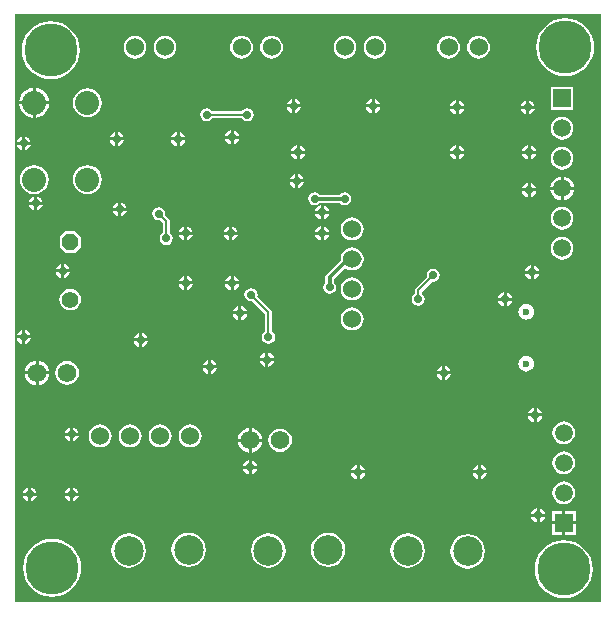
<source format=gbl>
%FSLAX24Y24*%
%MOMM*%
%SFA1B1*%

%IPPOS*%
%AMD56*
4,1,8,0.701040,0.292100,0.292100,0.701040,-0.292100,0.701040,-0.701040,0.292100,-0.701040,-0.292100,-0.292100,-0.701040,0.292100,-0.701040,0.701040,-0.292100,0.701040,0.292100,0.0*
%
%ADD13C,0.199898*%
%ADD48C,0.299974*%
%ADD51C,2.500122*%
%ADD52C,1.524000*%
%ADD53R,1.500124X1.500124*%
%ADD54C,1.500124*%
%ADD55C,1.400048*%
G04~CAMADD=56~4~0.0~0.0~551.2~551.2~0.0~161.4~0~0.0~0.0~0.0~0.0~0~0.0~0.0~0.0~0.0~0~0.0~0.0~0.0~315.0~551.2~551.2*
%ADD56D56*%
%ADD57C,0.599948*%
%ADD58C,2.032000*%
%ADD59C,1.574800*%
%ADD60C,0.700024*%
%ADD61C,4.500118*%
%LNpcb_cloud_controller-1*%
%LPD*%
G36*
X1436370Y619760D02*
X939800D01*
Y1117600*
X1436370*
Y619760*
G37*
%LNpcb_cloud_controller-2*%
%LPC*%
G36*
X1332529Y1099362D02*
X1330017Y1099032D01*
X1327678Y1098062*
X1325669Y1096520*
X1324127Y1094511*
X1323157Y1092172*
X1322826Y1089660*
X1323157Y1087147*
X1324127Y1084808*
X1325669Y1082799*
X1327678Y1081257*
X1330017Y1080287*
X1332529Y1079957*
X1335041Y1080287*
X1337381Y1081257*
X1339390Y1082799*
X1340932Y1084808*
X1341902Y1087147*
X1342232Y1089660*
X1341902Y1092172*
X1340932Y1094511*
X1339390Y1096520*
X1337381Y1098062*
X1335041Y1099032*
X1332529Y1099362*
G37*
G36*
X1307129D02*
X1304617Y1099032D01*
X1302278Y1098062*
X1300269Y1096520*
X1298727Y1094511*
X1297757Y1092172*
X1297426Y1089660*
X1297757Y1087147*
X1298727Y1084808*
X1300269Y1082799*
X1302278Y1081257*
X1304617Y1080287*
X1307129Y1079957*
X1309641Y1080287*
X1311981Y1081257*
X1313990Y1082799*
X1315532Y1084808*
X1316502Y1087147*
X1316832Y1089660*
X1316502Y1092172*
X1315532Y1094511*
X1313990Y1096520*
X1311981Y1098062*
X1309641Y1099032*
X1307129Y1099362*
G37*
G36*
X1244899D02*
X1242387Y1099032D01*
X1240048Y1098062*
X1238039Y1096520*
X1236497Y1094511*
X1235527Y1092172*
X1235196Y1089660*
X1235527Y1087147*
X1236497Y1084808*
X1238039Y1082799*
X1240048Y1081257*
X1242387Y1080287*
X1244899Y1079957*
X1247411Y1080287*
X1249751Y1081257*
X1251760Y1082799*
X1253302Y1084808*
X1254272Y1087147*
X1254602Y1089660*
X1254272Y1092172*
X1253302Y1094511*
X1251760Y1096520*
X1249751Y1098062*
X1247411Y1099032*
X1244899Y1099362*
G37*
G36*
X1219499D02*
X1216987Y1099032D01*
X1214648Y1098062*
X1212639Y1096520*
X1211097Y1094511*
X1210127Y1092172*
X1209796Y1089660*
X1210127Y1087147*
X1211097Y1084808*
X1212639Y1082799*
X1214648Y1081257*
X1216987Y1080287*
X1219499Y1079957*
X1222011Y1080287*
X1224351Y1081257*
X1226360Y1082799*
X1227902Y1084808*
X1228872Y1087147*
X1229202Y1089660*
X1228872Y1092172*
X1227902Y1094511*
X1226360Y1096520*
X1224351Y1098062*
X1222011Y1099032*
X1219499Y1099362*
G37*
G36*
X1157269D02*
X1154757Y1099032D01*
X1152418Y1098062*
X1150409Y1096520*
X1148867Y1094511*
X1147897Y1092172*
X1147566Y1089660*
X1147897Y1087147*
X1148867Y1084808*
X1150409Y1082799*
X1152418Y1081257*
X1154757Y1080287*
X1157269Y1079957*
X1159781Y1080287*
X1162121Y1081257*
X1164130Y1082799*
X1165672Y1084808*
X1166642Y1087147*
X1166972Y1089660*
X1166642Y1092172*
X1165672Y1094511*
X1164130Y1096520*
X1162121Y1098062*
X1159781Y1099032*
X1157269Y1099362*
G37*
G36*
X1131869D02*
X1129357Y1099032D01*
X1127018Y1098062*
X1125009Y1096520*
X1123467Y1094511*
X1122497Y1092172*
X1122166Y1089660*
X1122497Y1087147*
X1123467Y1084808*
X1125009Y1082799*
X1127018Y1081257*
X1129357Y1080287*
X1131869Y1079957*
X1134381Y1080287*
X1136721Y1081257*
X1138730Y1082799*
X1140272Y1084808*
X1141242Y1087147*
X1141572Y1089660*
X1141242Y1092172*
X1140272Y1094511*
X1138730Y1096520*
X1136721Y1098062*
X1134381Y1099032*
X1131869Y1099362*
G37*
G36*
X1067099D02*
X1064587Y1099032D01*
X1062248Y1098062*
X1060239Y1096520*
X1058697Y1094511*
X1057727Y1092172*
X1057396Y1089660*
X1057727Y1087147*
X1058697Y1084808*
X1060239Y1082799*
X1062248Y1081257*
X1064587Y1080287*
X1067099Y1079957*
X1069611Y1080287*
X1071951Y1081257*
X1073960Y1082799*
X1075502Y1084808*
X1076472Y1087147*
X1076802Y1089660*
X1076472Y1092172*
X1075502Y1094511*
X1073960Y1096520*
X1071951Y1098062*
X1069611Y1099032*
X1067099Y1099362*
G37*
G36*
X1041699D02*
X1039187Y1099032D01*
X1036848Y1098062*
X1034839Y1096520*
X1033297Y1094511*
X1032327Y1092172*
X1031996Y1089660*
X1032327Y1087147*
X1033297Y1084808*
X1034839Y1082799*
X1036848Y1081257*
X1039187Y1080287*
X1041699Y1079957*
X1044211Y1080287*
X1046551Y1081257*
X1048560Y1082799*
X1050102Y1084808*
X1051072Y1087147*
X1051402Y1089660*
X1051072Y1092172*
X1050102Y1094511*
X1048560Y1096520*
X1046551Y1098062*
X1044211Y1099032*
X1041699Y1099362*
G37*
G36*
X1405890Y1114277D02*
X1401086Y1113805D01*
X1396469Y1112405*
X1392212Y1110129*
X1388480Y1107066*
X1385420Y1103337*
X1383144Y1099080*
X1381744Y1094463*
X1381272Y1089660*
X1381744Y1084856*
X1383144Y1080239*
X1385420Y1075982*
X1388480Y1072253*
X1392212Y1069190*
X1396469Y1066914*
X1401086Y1065514*
X1405890Y1065042*
X1410693Y1065514*
X1415310Y1066914*
X1419567Y1069190*
X1423299Y1072253*
X1426359Y1075982*
X1428635Y1080239*
X1430035Y1084856*
X1430507Y1089660*
X1430035Y1094463*
X1428635Y1099080*
X1426359Y1103337*
X1423299Y1107066*
X1419567Y1110129*
X1415310Y1112405*
X1410693Y1113805*
X1405890Y1114277*
G37*
G36*
X970280Y1111737D02*
X965476Y1111265D01*
X960859Y1109865*
X956602Y1107589*
X952873Y1104529*
X949810Y1100797*
X947534Y1096540*
X946134Y1091923*
X945662Y1087120*
X946134Y1082316*
X947534Y1077699*
X949810Y1073442*
X952873Y1069710*
X956602Y1066650*
X960859Y1064374*
X965476Y1062974*
X970280Y1062502*
X975083Y1062974*
X979700Y1064374*
X983957Y1066650*
X987689Y1069710*
X990749Y1073442*
X993025Y1077699*
X994425Y1082316*
X994897Y1087120*
X994425Y1091923*
X993025Y1096540*
X990749Y1100797*
X987689Y1104529*
X983957Y1107589*
X979700Y1109865*
X975083Y1111265*
X970280Y1111737*
G37*
G36*
X957580Y1055311D02*
Y1043940D01*
X968951*
X968682Y1045984*
X967404Y1049075*
X965367Y1051727*
X962715Y1053762*
X959624Y1055042*
X957580Y1055311*
G37*
G36*
X955040D02*
X952995Y1055042D01*
X949904Y1053762*
X947252Y1051727*
X945215Y1049075*
X943937Y1045984*
X943668Y1043940*
X955040*
Y1055311*
G37*
G36*
X1244600Y1046035D02*
Y1041400D01*
X1249235*
X1249019Y1042487*
X1247683Y1044483*
X1245687Y1045819*
X1244600Y1046035*
G37*
G36*
X1242060D02*
X1240972Y1045819D01*
X1238976Y1044483*
X1237640Y1042487*
X1237424Y1041400*
X1242060*
Y1046035*
G37*
G36*
X1177290D02*
Y1041400D01*
X1181925*
X1181709Y1042487*
X1180373Y1044483*
X1178377Y1045819*
X1177290Y1046035*
G37*
G36*
X1174750D02*
X1173662Y1045819D01*
X1171666Y1044483*
X1170330Y1042487*
X1170114Y1041400*
X1174750*
Y1046035*
G37*
G36*
X1375410Y1044765D02*
Y1040130D01*
X1380045*
X1379829Y1041217*
X1378493Y1043213*
X1376497Y1044549*
X1375410Y1044765*
G37*
G36*
X1372870D02*
X1371782Y1044549D01*
X1369786Y1043213*
X1368450Y1041217*
X1368234Y1040130*
X1372870*
Y1044765*
G37*
G36*
X1315720D02*
Y1040130D01*
X1320355*
X1320139Y1041217*
X1318803Y1043213*
X1316807Y1044549*
X1315720Y1044765*
G37*
G36*
X1313180D02*
X1312092Y1044549D01*
X1310096Y1043213*
X1308760Y1041217*
X1308544Y1040130*
X1313180*
Y1044765*
G37*
G36*
X1412849Y1055979D02*
X1393850D01*
Y1036980*
X1412849*
Y1055979*
G37*
G36*
X1136650Y1038118D02*
X1134503Y1037691D01*
X1132685Y1036474*
X1132078Y1035568*
X1106932*
X1106324Y1036474*
X1104506Y1037691*
X1102360Y1038118*
X1100213Y1037691*
X1098395Y1036474*
X1097178Y1034656*
X1096751Y1032510*
X1097178Y1030363*
X1098395Y1028545*
X1100213Y1027328*
X1102360Y1026901*
X1104506Y1027328*
X1106324Y1028545*
X1106932Y1029451*
X1132078*
X1132685Y1028545*
X1134503Y1027328*
X1136650Y1026901*
X1138796Y1027328*
X1140614Y1028545*
X1141831Y1030363*
X1142258Y1032510*
X1141831Y1034656*
X1140614Y1036474*
X1138796Y1037691*
X1136650Y1038118*
G37*
G36*
X1249235Y1038860D02*
X1244600D01*
Y1034224*
X1245687Y1034440*
X1247683Y1035776*
X1249019Y1037772*
X1249235Y1038860*
G37*
G36*
X1242060D02*
X1237424D01*
X1237640Y1037772*
X1238976Y1035776*
X1240972Y1034440*
X1242060Y1034224*
Y1038860*
G37*
G36*
X1181925D02*
X1177290D01*
Y1034224*
X1178377Y1034440*
X1180373Y1035776*
X1181709Y1037772*
X1181925Y1038860*
G37*
G36*
X1174750D02*
X1170114D01*
X1170330Y1037772*
X1171666Y1035776*
X1173662Y1034440*
X1174750Y1034224*
Y1038860*
G37*
G36*
X1380045Y1037590D02*
X1375410D01*
Y1032954*
X1376497Y1033170*
X1378493Y1034506*
X1379829Y1036502*
X1380045Y1037590*
G37*
G36*
X1372870D02*
X1368234D01*
X1368450Y1036502*
X1369786Y1034506*
X1371782Y1033170*
X1372870Y1032954*
Y1037590*
G37*
G36*
X1320355D02*
X1315720D01*
Y1032954*
X1316807Y1033170*
X1318803Y1034506*
X1320139Y1036502*
X1320355Y1037590*
G37*
G36*
X1313180D02*
X1308544D01*
X1308760Y1036502*
X1310096Y1034506*
X1312092Y1033170*
X1313180Y1032954*
Y1037590*
G37*
G36*
X1001268Y1054935D02*
X998093Y1054516D01*
X995136Y1053292*
X992596Y1051341*
X990645Y1048801*
X989421Y1045845*
X989002Y1042670*
X989421Y1039495*
X990645Y1036538*
X992596Y1033998*
X995136Y1032047*
X998093Y1030823*
X1001268Y1030404*
X1004443Y1030823*
X1007399Y1032047*
X1009939Y1033998*
X1011890Y1036538*
X1013114Y1039495*
X1013533Y1042670*
X1013114Y1045845*
X1011890Y1048801*
X1009939Y1051341*
X1007399Y1053292*
X1004443Y1054516*
X1001268Y1054935*
G37*
G36*
X968951Y1041400D02*
X957580D01*
Y1030028*
X959624Y1030297*
X962715Y1031577*
X965367Y1033612*
X967404Y1036264*
X968682Y1039355*
X968951Y1041400*
G37*
G36*
X955040D02*
X943668D01*
X943937Y1039355*
X945215Y1036264*
X947252Y1033612*
X949904Y1031577*
X952995Y1030297*
X955040Y1030028*
Y1041400*
G37*
G36*
X1125220Y1019365D02*
Y1014730D01*
X1129855*
X1129639Y1015817*
X1128303Y1017813*
X1126307Y1019149*
X1125220Y1019365*
G37*
G36*
X1122680D02*
X1121592Y1019149D01*
X1119596Y1017813*
X1118260Y1015817*
X1118044Y1014730*
X1122680*
Y1019365*
G37*
G36*
X1079500Y1018095D02*
Y1013460D01*
X1084135*
X1083919Y1014547*
X1082583Y1016543*
X1080587Y1017879*
X1079500Y1018095*
G37*
G36*
X1076960D02*
X1075872Y1017879D01*
X1073876Y1016543*
X1072540Y1014547*
X1072324Y1013460*
X1076960*
Y1018095*
G37*
G36*
X1027430D02*
Y1013460D01*
X1032065*
X1031849Y1014547*
X1030513Y1016543*
X1028517Y1017879*
X1027430Y1018095*
G37*
G36*
X1024890D02*
X1023802Y1017879D01*
X1021806Y1016543*
X1020470Y1014547*
X1020254Y1013460*
X1024890*
Y1018095*
G37*
G36*
X1403350Y1030660D02*
X1400870Y1030335D01*
X1398559Y1029378*
X1396573Y1027856*
X1395051Y1025870*
X1394094Y1023559*
X1393769Y1021080*
X1394094Y1018600*
X1395051Y1016289*
X1396573Y1014303*
X1398559Y1012781*
X1400870Y1011824*
X1403350Y1011499*
X1405829Y1011824*
X1408140Y1012781*
X1410124Y1014303*
X1411648Y1016289*
X1412605Y1018600*
X1412930Y1021080*
X1412605Y1023559*
X1411648Y1025870*
X1410124Y1027856*
X1408140Y1029378*
X1405829Y1030335*
X1403350Y1030660*
G37*
G36*
X948690Y1014285D02*
Y1009650D01*
X953325*
X953109Y1010737*
X951773Y1012733*
X949777Y1014069*
X948690Y1014285*
G37*
G36*
X946150D02*
X945062Y1014069D01*
X943066Y1012733*
X941730Y1010737*
X941514Y1009650*
X946150*
Y1014285*
G37*
G36*
X1129855Y1012190D02*
X1125220D01*
Y1007554*
X1126307Y1007770*
X1128303Y1009106*
X1129639Y1011102*
X1129855Y1012190*
G37*
G36*
X1122680D02*
X1118044D01*
X1118260Y1011102*
X1119596Y1009106*
X1121592Y1007770*
X1122680Y1007554*
Y1012190*
G37*
G36*
X1084135Y1010920D02*
X1079500D01*
Y1006284*
X1080587Y1006500*
X1082583Y1007836*
X1083919Y1009832*
X1084135Y1010920*
G37*
G36*
X1076960D02*
X1072324D01*
X1072540Y1009832*
X1073876Y1007836*
X1075872Y1006500*
X1076960Y1006284*
Y1010920*
G37*
G36*
X1032065D02*
X1027430D01*
Y1006284*
X1028517Y1006500*
X1030513Y1007836*
X1031849Y1009832*
X1032065Y1010920*
G37*
G36*
X1024890D02*
X1020254D01*
X1020470Y1009832*
X1021806Y1007836*
X1023802Y1006500*
X1024890Y1006284*
Y1010920*
G37*
G36*
X953325Y1007110D02*
X948690D01*
Y1002474*
X949777Y1002690*
X951773Y1004026*
X953109Y1006022*
X953325Y1007110*
G37*
G36*
X946150D02*
X941514D01*
X941730Y1006022*
X943066Y1004026*
X945062Y1002690*
X946150Y1002474*
Y1007110*
G37*
G36*
X1376680Y1006665D02*
Y1002030D01*
X1381315*
X1381099Y1003117*
X1379763Y1005113*
X1377767Y1006449*
X1376680Y1006665*
G37*
G36*
X1374140D02*
X1373052Y1006449D01*
X1371056Y1005113*
X1369720Y1003117*
X1369504Y1002030*
X1374140*
Y1006665*
G37*
G36*
X1315720D02*
Y1002030D01*
X1320355*
X1320139Y1003117*
X1318803Y1005113*
X1316807Y1006449*
X1315720Y1006665*
G37*
G36*
X1313180D02*
X1312092Y1006449D01*
X1310096Y1005113*
X1308760Y1003117*
X1308544Y1002030*
X1313180*
Y1006665*
G37*
G36*
X1181100D02*
Y1002030D01*
X1185735*
X1185519Y1003117*
X1184183Y1005113*
X1182187Y1006449*
X1181100Y1006665*
G37*
G36*
X1178560D02*
X1177472Y1006449D01*
X1175476Y1005113*
X1174140Y1003117*
X1173924Y1002030*
X1178560*
Y1006665*
G37*
G36*
X1381315Y999490D02*
X1376680D01*
Y994854*
X1377767Y995070*
X1379763Y996406*
X1381099Y998402*
X1381315Y999490*
G37*
G36*
X1374140D02*
X1369504D01*
X1369720Y998402*
X1371056Y996406*
X1373052Y995070*
X1374140Y994854*
Y999490*
G37*
G36*
X1320355D02*
X1315720D01*
Y994854*
X1316807Y995070*
X1318803Y996406*
X1320139Y998402*
X1320355Y999490*
G37*
G36*
X1313180D02*
X1308544D01*
X1308760Y998402*
X1310096Y996406*
X1312092Y995070*
X1313180Y994854*
Y999490*
G37*
G36*
X1185735D02*
X1181100D01*
Y994854*
X1182187Y995070*
X1184183Y996406*
X1185519Y998402*
X1185735Y999490*
G37*
G36*
X1178560D02*
X1173924D01*
X1174140Y998402*
X1175476Y996406*
X1177472Y995070*
X1178560Y994854*
Y999490*
G37*
G36*
X1403350Y1005260D02*
X1400870Y1004935D01*
X1398559Y1003978*
X1396573Y1002456*
X1395051Y1000470*
X1394094Y998159*
X1393769Y995680*
X1394094Y993200*
X1395051Y990889*
X1396573Y988905*
X1398559Y987381*
X1400870Y986424*
X1403350Y986099*
X1405829Y986424*
X1408140Y987381*
X1410124Y988905*
X1411648Y990889*
X1412605Y993200*
X1412930Y995680*
X1412605Y998159*
X1411648Y1000470*
X1410124Y1002456*
X1408140Y1003978*
X1405829Y1004935*
X1403350Y1005260*
G37*
G36*
X1179830Y982535D02*
Y977900D01*
X1184465*
X1184249Y978987*
X1182913Y980983*
X1180917Y982319*
X1179830Y982535*
G37*
G36*
X1177290D02*
X1176202Y982319D01*
X1174206Y980983*
X1172870Y978987*
X1172654Y977900*
X1177290*
Y982535*
G37*
G36*
X1404620Y980239D02*
Y971550D01*
X1413309*
X1413131Y972901*
X1412120Y975342*
X1410510Y977440*
X1408412Y979050*
X1405971Y980061*
X1404620Y980239*
G37*
G36*
X1402080D02*
X1400728Y980061D01*
X1398287Y979050*
X1396189Y977440*
X1394579Y975342*
X1393568Y972901*
X1393390Y971550*
X1402080*
Y980239*
G37*
G36*
X1184465Y975360D02*
X1179830D01*
Y970724*
X1180917Y970940*
X1182913Y972276*
X1184249Y974272*
X1184465Y975360*
G37*
G36*
X1177290D02*
X1172654D01*
X1172870Y974272*
X1174206Y972276*
X1176202Y970940*
X1177290Y970724*
Y975360*
G37*
G36*
X1376680Y974915D02*
Y970280D01*
X1381315*
X1381099Y971367*
X1379763Y973363*
X1377767Y974699*
X1376680Y974915*
G37*
G36*
X1374140D02*
X1373052Y974699D01*
X1371056Y973363*
X1369720Y971367*
X1369504Y970280*
X1374140*
Y974915*
G37*
G36*
X1001268Y989911D02*
X998093Y989492D01*
X995136Y988268*
X992596Y986317*
X990645Y983777*
X989421Y980821*
X989002Y977646*
X989421Y974471*
X990645Y971514*
X992596Y968974*
X995136Y967023*
X998093Y965799*
X1001268Y965380*
X1004443Y965799*
X1007399Y967023*
X1009939Y968974*
X1011890Y971514*
X1013114Y974471*
X1013533Y977646*
X1013114Y980821*
X1011890Y983777*
X1009939Y986317*
X1007399Y988268*
X1004443Y989492*
X1001268Y989911*
G37*
G36*
X956310D02*
X953135Y989492D01*
X950178Y988268*
X947638Y986317*
X945687Y983777*
X944463Y980821*
X944044Y977646*
X944463Y974471*
X945687Y971514*
X947638Y968974*
X950178Y967023*
X953135Y965799*
X956310Y965380*
X959485Y965799*
X962441Y967023*
X964981Y968974*
X966932Y971514*
X968156Y974471*
X968575Y977646*
X968156Y980821*
X966932Y983777*
X964981Y986317*
X962441Y988268*
X959485Y989492*
X956310Y989911*
G37*
G36*
X1219200Y966998D02*
X1217053Y966571D01*
X1215235Y965354*
X1214970Y964958*
X1198029*
X1197764Y965354*
X1195946Y966571*
X1193800Y966998*
X1191653Y966571*
X1189835Y965354*
X1188618Y963536*
X1188191Y961390*
X1188618Y959243*
X1189835Y957425*
X1191653Y956208*
X1193800Y955781*
X1195946Y956208*
X1197764Y957425*
X1198029Y957821*
X1214970*
X1215235Y957425*
X1217053Y956208*
X1219200Y955781*
X1221346Y956208*
X1223164Y957425*
X1224381Y959243*
X1224808Y961390*
X1224381Y963536*
X1223164Y965354*
X1221346Y966571*
X1219200Y966998*
G37*
G36*
X1381315Y967740D02*
X1376680D01*
Y963104*
X1377767Y963320*
X1379763Y964656*
X1381099Y966652*
X1381315Y967740*
G37*
G36*
X1374140D02*
X1369504D01*
X1369720Y966652*
X1371056Y964656*
X1373052Y963320*
X1374140Y963104*
Y967740*
G37*
G36*
X1413309Y969010D02*
X1404620D01*
Y960320*
X1405971Y960498*
X1408412Y961509*
X1410510Y963119*
X1412120Y965217*
X1413131Y967658*
X1413309Y969010*
G37*
G36*
X1402080D02*
X1393390D01*
X1393568Y967658*
X1394579Y965217*
X1396189Y963119*
X1398287Y961509*
X1400728Y960498*
X1402080Y960320*
Y969010*
G37*
G36*
X958850Y963485D02*
Y958850D01*
X963485*
X963269Y959937*
X961933Y961933*
X959937Y963269*
X958850Y963485*
G37*
G36*
X956310D02*
X955222Y963269D01*
X953226Y961933*
X951890Y959937*
X951674Y958850*
X956310*
Y963485*
G37*
G36*
X1029970Y958405D02*
Y953770D01*
X1034605*
X1034389Y954857*
X1033053Y956853*
X1031057Y958189*
X1029970Y958405*
G37*
G36*
X1027430D02*
X1026342Y958189D01*
X1024346Y956853*
X1023010Y954857*
X1022794Y953770*
X1027430*
Y958405*
G37*
G36*
X963485Y956310D02*
X958850D01*
Y951674*
X959937Y951890*
X961933Y953226*
X963269Y955222*
X963485Y956310*
G37*
G36*
X956310D02*
X951674D01*
X951890Y955222*
X953226Y953226*
X955222Y951890*
X956310Y951674*
Y956310*
G37*
G36*
X1201420Y955865D02*
Y951230D01*
X1206055*
X1205839Y952317*
X1204503Y954313*
X1202507Y955649*
X1201420Y955865*
G37*
G36*
X1198880D02*
X1197792Y955649D01*
X1195796Y954313*
X1194460Y952317*
X1194244Y951230*
X1198880*
Y955865*
G37*
G36*
X1034605Y951230D02*
X1029970D01*
Y946594*
X1031057Y946810*
X1033053Y948146*
X1034389Y950142*
X1034605Y951230*
G37*
G36*
X1027430D02*
X1022794D01*
X1023010Y950142*
X1024346Y948146*
X1026342Y946810*
X1027430Y946594*
Y951230*
G37*
G36*
X1206055Y948690D02*
X1201420D01*
Y944054*
X1202507Y944270*
X1204503Y945606*
X1205839Y947602*
X1206055Y948690*
G37*
G36*
X1198880D02*
X1194244D01*
X1194460Y947602*
X1195796Y945606*
X1197792Y944270*
X1198880Y944054*
Y948690*
G37*
G36*
X1403350Y954460D02*
X1400870Y954135D01*
X1398559Y953178*
X1396573Y951656*
X1395051Y949670*
X1394094Y947359*
X1393769Y944880*
X1394094Y942400*
X1395051Y940089*
X1396573Y938105*
X1398559Y936581*
X1400870Y935624*
X1403350Y935299*
X1405829Y935624*
X1408140Y936581*
X1410124Y938105*
X1411648Y940089*
X1412605Y942400*
X1412930Y944880*
X1412605Y947359*
X1411648Y949670*
X1410124Y951656*
X1408140Y953178*
X1405829Y954135*
X1403350Y954460*
G37*
G36*
X1201420Y938085D02*
Y933450D01*
X1206055*
X1205839Y934537*
X1204503Y936533*
X1202507Y937869*
X1201420Y938085*
G37*
G36*
X1198880D02*
X1197792Y937869D01*
X1195796Y936533*
X1194460Y934537*
X1194244Y933450*
X1198880*
Y938085*
G37*
G36*
X1123950D02*
Y933450D01*
X1128585*
X1128369Y934537*
X1127033Y936533*
X1125037Y937869*
X1123950Y938085*
G37*
G36*
X1121410D02*
X1120322Y937869D01*
X1118326Y936533*
X1116990Y934537*
X1116774Y933450*
X1121410*
Y938085*
G37*
G36*
X1085850D02*
Y933450D01*
X1090485*
X1090269Y934537*
X1088933Y936533*
X1086937Y937869*
X1085850Y938085*
G37*
G36*
X1083310D02*
X1082222Y937869D01*
X1080226Y936533*
X1078890Y934537*
X1078674Y933450*
X1083310*
Y938085*
G37*
G36*
X1225550Y945692D02*
X1223037Y945362D01*
X1220698Y944392*
X1218689Y942850*
X1217147Y940841*
X1216177Y938502*
X1215847Y935990*
X1216177Y933477*
X1217147Y931138*
X1218689Y929129*
X1220698Y927587*
X1223037Y926617*
X1225550Y926287*
X1228062Y926617*
X1230401Y927587*
X1232410Y929129*
X1233952Y931138*
X1234922Y933477*
X1235252Y935990*
X1234922Y938502*
X1233952Y940841*
X1232410Y942850*
X1230401Y944392*
X1228062Y945362*
X1225550Y945692*
G37*
G36*
X1206055Y930910D02*
X1201420D01*
Y926274*
X1202507Y926490*
X1204503Y927826*
X1205839Y929822*
X1206055Y930910*
G37*
G36*
X1198880D02*
X1194244D01*
X1194460Y929822*
X1195796Y927826*
X1197792Y926490*
X1198880Y926274*
Y930910*
G37*
G36*
X1128585D02*
X1123950D01*
Y926274*
X1125037Y926490*
X1127033Y927826*
X1128369Y929822*
X1128585Y930910*
G37*
G36*
X1121410D02*
X1116774D01*
X1116990Y929822*
X1118326Y927826*
X1120322Y926490*
X1121410Y926274*
Y930910*
G37*
G36*
X1090485D02*
X1085850D01*
Y926274*
X1086937Y926490*
X1088933Y927826*
X1090269Y929822*
X1090485Y930910*
G37*
G36*
X1083310D02*
X1078674D01*
X1078890Y929822*
X1080226Y927826*
X1082222Y926490*
X1083310Y926274*
Y930910*
G37*
G36*
X1061720Y954298D02*
X1059573Y953871D01*
X1057755Y952654*
X1056538Y950836*
X1056111Y948690*
X1056538Y946543*
X1057755Y944725*
X1059573Y943508*
X1061720Y943081*
X1062789Y943295*
X1065011Y941072*
Y932434*
X1064105Y931826*
X1062888Y930008*
X1062461Y927862*
X1062888Y925715*
X1064105Y923897*
X1065923Y922680*
X1068070Y922253*
X1070216Y922680*
X1072034Y923897*
X1073251Y925715*
X1073678Y927862*
X1073251Y930008*
X1072034Y931826*
X1071128Y932434*
Y942340*
X1070897Y943510*
X1070630Y943907*
X1070231Y944501*
X1067114Y947620*
X1067328Y948690*
X1066901Y950836*
X1065684Y952654*
X1063866Y953871*
X1061720Y954298*
G37*
G36*
X991290Y933831D02*
X982289D01*
X977790Y929330*
Y920330*
X982289Y915830*
X991290*
X995789Y920330*
Y929330*
X991290Y933831*
G37*
G36*
X1403350Y929060D02*
X1400870Y928735D01*
X1398559Y927778*
X1396573Y926256*
X1395051Y924270*
X1394094Y921959*
X1393769Y919480*
X1394094Y917000*
X1395051Y914689*
X1396573Y912703*
X1398559Y911181*
X1400870Y910224*
X1403350Y909899*
X1405829Y910224*
X1408140Y911181*
X1410124Y912703*
X1411648Y914689*
X1412605Y917000*
X1412930Y919480*
X1412605Y921959*
X1411648Y924270*
X1410124Y926256*
X1408140Y927778*
X1405829Y928735*
X1403350Y929060*
G37*
G36*
X981710Y906335D02*
Y901700D01*
X986345*
X986129Y902787*
X984793Y904783*
X982797Y906119*
X981710Y906335*
G37*
G36*
X979170D02*
X978082Y906119D01*
X976086Y904783*
X974750Y902787*
X974534Y901700*
X979170*
Y906335*
G37*
G36*
X1225550Y920292D02*
X1223037Y919962D01*
X1220698Y918992*
X1218689Y917450*
X1217147Y915441*
X1216177Y913102*
X1215847Y910590*
X1215946Y909843*
X1203977Y897872*
X1203203Y896716*
X1202931Y895350*
Y890689*
X1202535Y890424*
X1201318Y888606*
X1200891Y886460*
X1201318Y884313*
X1202535Y882495*
X1204353Y881278*
X1206500Y880851*
X1208646Y881278*
X1210464Y882495*
X1211681Y884313*
X1212108Y886460*
X1211681Y888606*
X1210464Y890424*
X1210068Y890689*
Y893871*
X1219387Y903190*
X1220698Y902187*
X1223037Y901217*
X1225550Y900887*
X1228062Y901217*
X1230401Y902187*
X1232410Y903729*
X1233952Y905738*
X1234922Y908077*
X1235041Y908994*
X1235196Y909223*
X1235468Y910590*
X1235196Y911956*
X1235041Y912185*
X1234922Y913102*
X1233952Y915441*
X1232410Y917450*
X1230401Y918992*
X1228062Y919962*
X1225550Y920292*
G37*
G36*
X1379220Y905065D02*
Y900430D01*
X1383855*
X1383639Y901517*
X1382303Y903513*
X1380307Y904849*
X1379220Y905065*
G37*
G36*
X1376680D02*
X1375592Y904849D01*
X1373596Y903513*
X1372260Y901517*
X1372044Y900430*
X1376680*
Y905065*
G37*
G36*
X986345Y899160D02*
X981710D01*
Y894524*
X982797Y894740*
X984793Y896076*
X986129Y898072*
X986345Y899160*
G37*
G36*
X979170D02*
X974534D01*
X974750Y898072*
X976086Y896076*
X978082Y894740*
X979170Y894524*
Y899160*
G37*
G36*
X1383855Y897890D02*
X1379220D01*
Y893254*
X1380307Y893470*
X1382303Y894806*
X1383639Y896802*
X1383855Y897890*
G37*
G36*
X1376680D02*
X1372044D01*
X1372260Y896802*
X1373596Y894806*
X1375592Y893470*
X1376680Y893254*
Y897890*
G37*
G36*
X1125220Y896175D02*
Y891540D01*
X1129855*
X1129639Y892627*
X1128303Y894623*
X1126307Y895959*
X1125220Y896175*
G37*
G36*
X1122680D02*
X1121592Y895959D01*
X1119596Y894623*
X1118260Y892627*
X1118044Y891540*
X1122680*
Y896175*
G37*
G36*
X1085850D02*
Y891540D01*
X1090485*
X1090269Y892627*
X1088933Y894623*
X1086937Y895959*
X1085850Y896175*
G37*
G36*
X1083310D02*
X1082222Y895959D01*
X1080226Y894623*
X1078890Y892627*
X1078674Y891540*
X1083310*
Y896175*
G37*
G36*
X1294130Y902228D02*
X1291983Y901801D01*
X1290165Y900584*
X1288948Y898766*
X1288521Y896620*
X1288735Y895550*
X1279268Y886081*
X1278602Y885090*
X1278371Y883920*
Y880872*
X1277465Y880264*
X1276248Y878446*
X1275821Y876300*
X1276248Y874153*
X1277465Y872335*
X1279283Y871118*
X1281430Y870691*
X1283576Y871118*
X1285394Y872335*
X1286611Y874153*
X1287038Y876300*
X1286611Y878446*
X1285394Y880264*
X1284488Y880872*
Y882652*
X1293060Y891225*
X1294130Y891011*
X1296276Y891438*
X1298094Y892655*
X1299311Y894473*
X1299738Y896620*
X1299311Y898766*
X1298094Y900584*
X1296276Y901801*
X1294130Y902228*
G37*
G36*
X1129855Y889000D02*
X1125220D01*
Y884364*
X1126307Y884580*
X1128303Y885916*
X1129639Y887912*
X1129855Y889000*
G37*
G36*
X1122680D02*
X1118044D01*
X1118260Y887912*
X1119596Y885916*
X1121592Y884580*
X1122680Y884364*
Y889000*
G37*
G36*
X1090485D02*
X1085850D01*
Y884364*
X1086937Y884580*
X1088933Y885916*
X1090269Y887912*
X1090485Y889000*
G37*
G36*
X1083310D02*
X1078674D01*
X1078890Y887912*
X1080226Y885916*
X1082222Y884580*
X1083310Y884364*
Y889000*
G37*
G36*
X1356360Y882205D02*
Y877570D01*
X1360995*
X1360779Y878657*
X1359443Y880653*
X1357447Y881989*
X1356360Y882205*
G37*
G36*
X1353820D02*
X1352732Y881989D01*
X1350736Y880653*
X1349400Y878657*
X1349184Y877570*
X1353820*
Y882205*
G37*
G36*
X1225550Y894892D02*
X1223037Y894562D01*
X1220698Y893592*
X1218689Y892050*
X1217147Y890041*
X1216177Y887702*
X1215847Y885190*
X1216177Y882677*
X1217147Y880338*
X1218689Y878329*
X1220698Y876787*
X1223037Y875817*
X1225550Y875487*
X1228062Y875817*
X1230401Y876787*
X1232410Y878329*
X1233952Y880338*
X1234922Y882677*
X1235252Y885190*
X1234922Y887702*
X1233952Y890041*
X1232410Y892050*
X1230401Y893592*
X1228062Y894562*
X1225550Y894892*
G37*
G36*
X1360995Y875030D02*
X1356360D01*
Y870394*
X1357447Y870610*
X1359443Y871946*
X1360779Y873942*
X1360995Y875030*
G37*
G36*
X1353820D02*
X1349184D01*
X1349400Y873942*
X1350736Y871946*
X1352732Y870610*
X1353820Y870394*
Y875030*
G37*
G36*
X986790Y885108D02*
X984440Y884798D01*
X982251Y883892*
X980371Y882449*
X978928Y880569*
X978021Y878380*
X977712Y876030*
X978021Y873681*
X978928Y871491*
X980371Y869612*
X982251Y868169*
X984440Y867262*
X986790Y866952*
X989139Y867262*
X991328Y868169*
X993208Y869612*
X994651Y871491*
X995558Y873681*
X995867Y876030*
X995558Y878380*
X994651Y880569*
X993208Y882449*
X991328Y883892*
X989139Y884798*
X986790Y885108*
G37*
G36*
X1131824Y870775D02*
Y866140D01*
X1136459*
X1136243Y867227*
X1134907Y869223*
X1132911Y870559*
X1131824Y870775*
G37*
G36*
X1129284D02*
X1128196Y870559D01*
X1126200Y869223*
X1124864Y867227*
X1124648Y866140*
X1129284*
Y870775*
G37*
G36*
X1372870Y872246D02*
X1371173Y872022D01*
X1369590Y871367*
X1368234Y870325*
X1367193Y868967*
X1366537Y867387*
X1366314Y865687*
X1366537Y863991*
X1367193Y862411*
X1368234Y861052*
X1369590Y860010*
X1371173Y859355*
X1372870Y859132*
X1374566Y859355*
X1376149Y860010*
X1377505Y861052*
X1378546Y862411*
X1379202Y863991*
X1379425Y865687*
X1379202Y867387*
X1378546Y868967*
X1377505Y870325*
X1376149Y871367*
X1374566Y872022*
X1372870Y872246*
G37*
G36*
X1136459Y863600D02*
X1131824D01*
Y858964*
X1132911Y859180*
X1134907Y860516*
X1136243Y862512*
X1136459Y863600*
G37*
G36*
X1129284D02*
X1124648D01*
X1124864Y862512*
X1126200Y860516*
X1128196Y859180*
X1129284Y858964*
Y863600*
G37*
G36*
X1225550Y869492D02*
X1223037Y869162D01*
X1220698Y868192*
X1218689Y866650*
X1217147Y864641*
X1216177Y862302*
X1215847Y859790*
X1216177Y857277*
X1217147Y854938*
X1218689Y852929*
X1220698Y851387*
X1223037Y850417*
X1225550Y850087*
X1228062Y850417*
X1230401Y851387*
X1232410Y852929*
X1233952Y854938*
X1234922Y857277*
X1235252Y859790*
X1234922Y862302*
X1233952Y864641*
X1232410Y866650*
X1230401Y868192*
X1228062Y869162*
X1225550Y869492*
G37*
G36*
X948690Y850455D02*
Y845820D01*
X953325*
X953109Y846907*
X951773Y848903*
X949777Y850239*
X948690Y850455*
G37*
G36*
X946150D02*
X945062Y850239D01*
X943066Y848903*
X941730Y846907*
X941514Y845820*
X946150*
Y850455*
G37*
G36*
X1047750Y847915D02*
Y843280D01*
X1052385*
X1052169Y844367*
X1050833Y846363*
X1048837Y847699*
X1047750Y847915*
G37*
G36*
X1045210D02*
X1044122Y847699D01*
X1042126Y846363*
X1040790Y844367*
X1040574Y843280*
X1045210*
Y847915*
G37*
G36*
X1139952Y885718D02*
X1137805Y885291D01*
X1135987Y884074*
X1134770Y882256*
X1134343Y880110*
X1134770Y877963*
X1135987Y876145*
X1137805Y874928*
X1139952Y874501*
X1141021Y874715*
X1151625Y864110*
Y848868*
X1150719Y848260*
X1149502Y846442*
X1149075Y844296*
X1149502Y842149*
X1150719Y840331*
X1152537Y839114*
X1154684Y838687*
X1156830Y839114*
X1158648Y840331*
X1159865Y842149*
X1160292Y844296*
X1159865Y846442*
X1158648Y848260*
X1157742Y848868*
Y865378*
X1157511Y866548*
X1156845Y867539*
X1145346Y879040*
X1145560Y880110*
X1145133Y882256*
X1143916Y884074*
X1142098Y885291*
X1139952Y885718*
G37*
G36*
X953325Y843280D02*
X948690D01*
Y838644*
X949777Y838860*
X951773Y840196*
X953109Y842192*
X953325Y843280*
G37*
G36*
X946150D02*
X941514D01*
X941730Y842192*
X943066Y840196*
X945062Y838860*
X946150Y838644*
Y843280*
G37*
G36*
X1052385Y840740D02*
X1047750D01*
Y836104*
X1048837Y836320*
X1050833Y837656*
X1052169Y839652*
X1052385Y840740*
G37*
G36*
X1045210D02*
X1040574D01*
X1040790Y839652*
X1042126Y837656*
X1044122Y836320*
X1045210Y836104*
Y840740*
G37*
G36*
X1154684Y831151D02*
Y826516D01*
X1159319*
X1159103Y827603*
X1157767Y829599*
X1155771Y830935*
X1154684Y831151*
G37*
G36*
X1152144D02*
X1151056Y830935D01*
X1149060Y829599*
X1147724Y827603*
X1147508Y826516*
X1152144*
Y831151*
G37*
G36*
X1106170Y825055D02*
Y820420D01*
X1110805*
X1110589Y821507*
X1109253Y823503*
X1107257Y824839*
X1106170Y825055*
G37*
G36*
X1103630D02*
X1102542Y824839D01*
X1100546Y823503*
X1099210Y821507*
X1098994Y820420*
X1103630*
Y825055*
G37*
G36*
X1159319Y823976D02*
X1154684D01*
Y819340*
X1155771Y819556*
X1157767Y820892*
X1159103Y822888*
X1159319Y823976*
G37*
G36*
X1152144D02*
X1147508D01*
X1147724Y822888*
X1149060Y820892*
X1151056Y819556*
X1152144Y819340*
Y823976*
G37*
G36*
X960120Y824407D02*
Y815340D01*
X969187*
X968994Y816787*
X967945Y819322*
X966276Y821496*
X964102Y823165*
X961567Y824217*
X960120Y824407*
G37*
G36*
X1304290Y819975D02*
Y815340D01*
X1308925*
X1308709Y816427*
X1307373Y818423*
X1305377Y819759*
X1304290Y819975*
G37*
G36*
X1301750D02*
X1300662Y819759D01*
X1298666Y818423*
X1297330Y816427*
X1297114Y815340*
X1301750*
Y819975*
G37*
G36*
X957580Y824407D02*
X956132Y824217D01*
X953597Y823165*
X951423Y821496*
X949754Y819322*
X948702Y816787*
X948512Y815340*
X957580*
Y824407*
G37*
G36*
X1372870Y828245D02*
X1371173Y828022D01*
X1369590Y827366*
X1368234Y826325*
X1367193Y824969*
X1366537Y823386*
X1366314Y821690*
X1366537Y819993*
X1367193Y818410*
X1368234Y817054*
X1369590Y816013*
X1371173Y815357*
X1372870Y815134*
X1374566Y815357*
X1376149Y816013*
X1377505Y817054*
X1378546Y818410*
X1379202Y819993*
X1379425Y821690*
X1379202Y823386*
X1378546Y824969*
X1377505Y826325*
X1376149Y827366*
X1374566Y828022*
X1372870Y828245*
G37*
G36*
X1110805Y817880D02*
X1106170D01*
Y813244*
X1107257Y813460*
X1109253Y814796*
X1110589Y816792*
X1110805Y817880*
G37*
G36*
X1103630D02*
X1098994D01*
X1099210Y816792*
X1100546Y814796*
X1102542Y813460*
X1103630Y813244*
Y817880*
G37*
G36*
X1308925Y812800D02*
X1304290D01*
Y808164*
X1305377Y808380*
X1307373Y809716*
X1308709Y811712*
X1308925Y812800*
G37*
G36*
X1301750D02*
X1297114D01*
X1297330Y811712*
X1298666Y809716*
X1300662Y808380*
X1301750Y808164*
Y812800*
G37*
G36*
X984250Y824029D02*
X981671Y823688D01*
X979271Y822695*
X977209Y821110*
X975624Y819050*
X974631Y816648*
X974290Y814070*
X974631Y811491*
X975624Y809091*
X977209Y807026*
X979271Y805444*
X981671Y804451*
X984250Y804110*
X986828Y804451*
X989228Y805444*
X991290Y807026*
X992875Y809091*
X993868Y811491*
X994209Y814070*
X993868Y816648*
X992875Y819050*
X991290Y821110*
X989228Y822695*
X986828Y823688*
X984250Y824029*
G37*
G36*
X969187Y812800D02*
X960120D01*
Y803732*
X961567Y803925*
X964102Y804974*
X966276Y806643*
X967945Y808817*
X968994Y811352*
X969187Y812800*
G37*
G36*
X957580D02*
X948512D01*
X948702Y811352*
X949754Y808817*
X951423Y806643*
X953597Y804974*
X956132Y803925*
X957580Y803732*
Y812800*
G37*
G36*
X1381760Y784415D02*
Y779780D01*
X1386395*
X1386179Y780867*
X1384843Y782863*
X1382847Y784199*
X1381760Y784415*
G37*
G36*
X1379220D02*
X1378132Y784199D01*
X1376136Y782863*
X1374800Y780867*
X1374584Y779780*
X1379220*
Y784415*
G37*
G36*
X1386395Y777240D02*
X1381760D01*
Y772604*
X1382847Y772820*
X1384843Y774156*
X1386179Y776152*
X1386395Y777240*
G37*
G36*
X1379220D02*
X1374584D01*
X1374800Y776152*
X1376136Y774156*
X1378132Y772820*
X1379220Y772604*
Y777240*
G37*
G36*
X989330Y767905D02*
Y763270D01*
X993965*
X993749Y764357*
X992413Y766353*
X990417Y767689*
X989330Y767905*
G37*
G36*
X986790D02*
X985702Y767689D01*
X983706Y766353*
X982370Y764357*
X982154Y763270*
X986790*
Y767905*
G37*
G36*
X1140460Y767255D02*
Y758190D01*
X1149525*
X1149334Y759637*
X1148285Y762172*
X1146616Y764346*
X1144442Y766015*
X1141907Y767064*
X1140460Y767255*
G37*
G36*
X1137920D02*
X1136472Y767064D01*
X1133937Y766015*
X1131763Y764346*
X1130094Y762172*
X1129045Y759637*
X1128852Y758190*
X1137920*
Y767255*
G37*
G36*
X993965Y760730D02*
X989330D01*
Y756094*
X990417Y756310*
X992413Y757646*
X993749Y759642*
X993965Y760730*
G37*
G36*
X986790D02*
X982154D01*
X982370Y759642*
X983706Y757646*
X985702Y756310*
X986790Y756094*
Y760730*
G37*
G36*
X1404620Y772850D02*
X1402140Y772525D01*
X1399829Y771568*
X1397843Y770046*
X1396321Y768060*
X1395364Y765749*
X1395039Y763270*
X1395364Y760790*
X1396321Y758479*
X1397843Y756493*
X1399829Y754971*
X1402140Y754014*
X1404620Y753689*
X1407099Y754014*
X1409410Y754971*
X1411394Y756493*
X1412918Y758479*
X1413875Y760790*
X1414200Y763270*
X1413875Y765749*
X1412918Y768060*
X1411394Y770046*
X1409410Y771568*
X1407099Y772525*
X1404620Y772850*
G37*
G36*
X1088390Y770432D02*
X1085877Y770102D01*
X1083538Y769132*
X1081529Y767590*
X1079987Y765581*
X1079017Y763242*
X1078687Y760730*
X1079017Y758217*
X1079987Y755878*
X1081529Y753869*
X1083538Y752327*
X1085877Y751357*
X1088390Y751027*
X1090902Y751357*
X1093241Y752327*
X1095250Y753869*
X1096792Y755878*
X1097762Y758217*
X1098092Y760730*
X1097762Y763242*
X1096792Y765581*
X1095250Y767590*
X1093241Y769132*
X1090902Y770102*
X1088390Y770432*
G37*
G36*
X1062990D02*
X1060477Y770102D01*
X1058138Y769132*
X1056129Y767590*
X1054587Y765581*
X1053617Y763242*
X1053287Y760730*
X1053617Y758217*
X1054587Y755878*
X1056129Y753869*
X1058138Y752327*
X1060477Y751357*
X1062990Y751027*
X1065502Y751357*
X1067841Y752327*
X1069850Y753869*
X1071392Y755878*
X1072362Y758217*
X1072692Y760730*
X1072362Y763242*
X1071392Y765581*
X1069850Y767590*
X1067841Y769132*
X1065502Y770102*
X1062990Y770432*
G37*
G36*
X1037590D02*
X1035077Y770102D01*
X1032738Y769132*
X1030729Y767590*
X1029187Y765581*
X1028217Y763242*
X1027887Y760730*
X1028217Y758217*
X1029187Y755878*
X1030729Y753869*
X1032738Y752327*
X1035077Y751357*
X1037590Y751027*
X1040102Y751357*
X1042441Y752327*
X1044450Y753869*
X1045992Y755878*
X1046962Y758217*
X1047292Y760730*
X1046962Y763242*
X1045992Y765581*
X1044450Y767590*
X1042441Y769132*
X1040102Y770102*
X1037590Y770432*
G37*
G36*
X1012190D02*
X1009677Y770102D01*
X1007338Y769132*
X1005329Y767590*
X1003787Y765581*
X1002817Y763242*
X1002487Y760730*
X1002817Y758217*
X1003787Y755878*
X1005329Y753869*
X1007338Y752327*
X1009677Y751357*
X1012190Y751027*
X1014702Y751357*
X1017041Y752327*
X1019050Y753869*
X1020592Y755878*
X1021562Y758217*
X1021892Y760730*
X1021562Y763242*
X1020592Y765581*
X1019050Y767590*
X1017041Y769132*
X1014702Y770102*
X1012190Y770432*
G37*
G36*
X1164590Y766879D02*
X1162011Y766538D01*
X1159609Y765545*
X1157546Y763963*
X1155964Y761898*
X1154971Y759498*
X1154630Y756920*
X1154971Y754341*
X1155964Y751941*
X1157546Y749879*
X1159609Y748294*
X1162011Y747301*
X1164590Y746960*
X1167168Y747301*
X1169570Y748294*
X1171630Y749879*
X1173215Y751941*
X1174208Y754341*
X1174549Y756920*
X1174208Y759498*
X1173215Y761898*
X1171630Y763963*
X1169570Y765545*
X1167168Y766538*
X1164590Y766879*
G37*
G36*
X1149525Y755650D02*
X1140460D01*
Y746584*
X1141907Y746772*
X1144442Y747824*
X1146616Y749493*
X1148285Y751667*
X1149334Y754202*
X1149525Y755650*
G37*
G36*
X1137920D02*
X1128852D01*
X1129045Y754202*
X1130094Y751667*
X1131763Y749493*
X1133937Y747824*
X1136472Y746772*
X1137920Y746584*
Y755650*
G37*
G36*
X1140460Y739965D02*
Y735330D01*
X1145095*
X1144879Y736417*
X1143543Y738413*
X1141547Y739749*
X1140460Y739965*
G37*
G36*
X1137920D02*
X1136832Y739749D01*
X1134836Y738413*
X1133500Y736417*
X1133284Y735330*
X1137920*
Y739965*
G37*
G36*
X1334770Y736155D02*
Y731520D01*
X1339405*
X1339189Y732607*
X1337853Y734603*
X1335857Y735939*
X1334770Y736155*
G37*
G36*
X1332230D02*
X1331142Y735939D01*
X1329146Y734603*
X1327810Y732607*
X1327594Y731520*
X1332230*
Y736155*
G37*
G36*
X1231900D02*
Y731520D01*
X1236535*
X1236319Y732607*
X1234983Y734603*
X1232987Y735939*
X1231900Y736155*
G37*
G36*
X1229360D02*
X1228272Y735939D01*
X1226276Y734603*
X1224940Y732607*
X1224724Y731520*
X1229360*
Y736155*
G37*
G36*
X1404620Y747450D02*
X1402140Y747125D01*
X1399829Y746168*
X1397843Y744644*
X1396321Y742660*
X1395364Y740349*
X1395039Y737870*
X1395364Y735390*
X1396321Y733079*
X1397843Y731093*
X1399829Y729571*
X1402140Y728614*
X1404620Y728289*
X1407099Y728614*
X1409410Y729571*
X1411394Y731093*
X1412918Y733079*
X1413875Y735390*
X1414200Y737870*
X1413875Y740349*
X1412918Y742660*
X1411394Y744644*
X1409410Y746168*
X1407099Y747125*
X1404620Y747450*
G37*
G36*
X1145095Y732790D02*
X1140460D01*
Y728154*
X1141547Y728370*
X1143543Y729706*
X1144879Y731702*
X1145095Y732790*
G37*
G36*
X1137920D02*
X1133284D01*
X1133500Y731702*
X1134836Y729706*
X1136832Y728370*
X1137920Y728154*
Y732790*
G37*
G36*
X1339405Y728980D02*
X1334770D01*
Y724344*
X1335857Y724560*
X1337853Y725896*
X1339189Y727892*
X1339405Y728980*
G37*
G36*
X1332230D02*
X1327594D01*
X1327810Y727892*
X1329146Y725896*
X1331142Y724560*
X1332230Y724344*
Y728980*
G37*
G36*
X1236535D02*
X1231900D01*
Y724344*
X1232987Y724560*
X1234983Y725896*
X1236319Y727892*
X1236535Y728980*
G37*
G36*
X1229360D02*
X1224724D01*
X1224940Y727892*
X1226276Y725896*
X1228272Y724560*
X1229360Y724344*
Y728980*
G37*
G36*
X989330Y717105D02*
Y712470D01*
X993965*
X993749Y713557*
X992413Y715553*
X990417Y716889*
X989330Y717105*
G37*
G36*
X986790D02*
X985702Y716889D01*
X983706Y715553*
X982370Y713557*
X982154Y712470*
X986790*
Y717105*
G37*
G36*
X953770D02*
Y712470D01*
X958405*
X958189Y713557*
X956853Y715553*
X954857Y716889*
X953770Y717105*
G37*
G36*
X951230D02*
X950142Y716889D01*
X948146Y715553*
X946810Y713557*
X946594Y712470*
X951230*
Y717105*
G37*
G36*
X993965Y709930D02*
X989330D01*
Y705294*
X990417Y705510*
X992413Y706846*
X993749Y708842*
X993965Y709930*
G37*
G36*
X986790D02*
X982154D01*
X982370Y708842*
X983706Y706846*
X985702Y705510*
X986790Y705294*
Y709930*
G37*
G36*
X958405D02*
X953770D01*
Y705294*
X954857Y705510*
X956853Y706846*
X958189Y708842*
X958405Y709930*
G37*
G36*
X951230D02*
X946594D01*
X946810Y708842*
X948146Y706846*
X950142Y705510*
X951230Y705294*
Y709930*
G37*
G36*
X1404620Y722050D02*
X1402140Y721725D01*
X1399829Y720768*
X1397843Y719246*
X1396321Y717260*
X1395364Y714949*
X1395039Y712470*
X1395364Y709990*
X1396321Y707679*
X1397843Y705695*
X1399829Y704171*
X1402140Y703214*
X1404620Y702889*
X1407099Y703214*
X1409410Y704171*
X1411394Y705695*
X1412918Y707679*
X1413875Y709990*
X1414200Y712470*
X1413875Y714949*
X1412918Y717260*
X1411394Y719246*
X1409410Y720768*
X1407099Y721725*
X1404620Y722050*
G37*
G36*
X1384300Y699325D02*
Y694690D01*
X1388935*
X1388719Y695777*
X1387383Y697773*
X1385387Y699109*
X1384300Y699325*
G37*
G36*
X1381760D02*
X1380672Y699109D01*
X1378676Y697773*
X1377340Y695777*
X1377124Y694690*
X1381760*
Y699325*
G37*
G36*
X1414660Y697110D02*
X1405890D01*
Y688340*
X1414660*
Y697110*
G37*
G36*
X1403350D02*
X1394579D01*
Y688340*
X1403350*
Y697110*
G37*
G36*
X1388935Y692150D02*
X1384300D01*
Y687514*
X1385387Y687730*
X1387383Y689066*
X1388719Y691062*
X1388935Y692150*
G37*
G36*
X1381760D02*
X1377124D01*
X1377340Y691062*
X1378676Y689066*
X1380672Y687730*
X1381760Y687514*
Y692150*
G37*
G36*
X1414660Y685800D02*
X1405890D01*
Y677029*
X1414660*
Y685800*
G37*
G36*
X1403350D02*
X1394579D01*
Y677029*
X1403350*
Y685800*
G37*
G36*
X1205230Y678835D02*
X1201445Y678337D01*
X1197917Y676876*
X1194889Y674550*
X1192565Y671522*
X1191102Y667994*
X1190604Y664210*
X1191102Y660425*
X1192565Y656897*
X1194889Y653869*
X1197917Y651545*
X1201445Y650082*
X1205230Y649584*
X1209014Y650082*
X1212542Y651545*
X1215572Y653869*
X1217896Y656897*
X1219357Y660425*
X1219855Y664210*
X1219357Y667994*
X1217896Y671522*
X1215572Y674550*
X1212542Y676876*
X1209014Y678337*
X1205230Y678835*
G37*
G36*
X1087120D02*
X1083335Y678337D01*
X1079807Y676876*
X1076777Y674550*
X1074453Y671522*
X1072992Y667994*
X1072494Y664210*
X1072992Y660425*
X1074453Y656897*
X1076777Y653869*
X1079807Y651545*
X1083335Y650082*
X1087120Y649584*
X1090904Y650082*
X1094432Y651545*
X1097460Y653869*
X1099784Y656897*
X1101247Y660425*
X1101745Y664210*
X1101247Y667994*
X1099784Y671522*
X1097460Y674550*
X1094432Y676876*
X1090904Y678337*
X1087120Y678835*
G37*
G36*
X1272590Y678225D02*
X1268806Y677727D01*
X1265278Y676264*
X1262247Y673940*
X1259923Y670913*
X1258463Y667385*
X1257965Y663600*
X1258463Y659815*
X1259923Y656287*
X1262247Y653257*
X1265278Y650933*
X1268806Y649472*
X1272590Y648975*
X1276375Y649472*
X1279903Y650933*
X1282931Y653257*
X1285255Y656287*
X1286715Y659815*
X1287216Y663600*
X1286715Y667385*
X1285255Y670913*
X1282931Y673940*
X1279903Y676264*
X1276375Y677727*
X1272590Y678225*
G37*
G36*
X1154480D02*
X1150693Y677727D01*
X1147168Y676264*
X1144137Y673940*
X1141813Y670913*
X1140353Y667385*
X1139855Y663600*
X1140353Y659815*
X1141813Y656287*
X1144137Y653257*
X1147168Y650933*
X1150693Y649472*
X1154480Y648975*
X1158265Y649472*
X1161793Y650933*
X1164821Y653257*
X1167145Y656287*
X1168605Y659815*
X1169106Y663600*
X1168605Y667385*
X1167145Y670913*
X1164821Y673940*
X1161793Y676264*
X1158265Y677727*
X1154480Y678225*
G37*
G36*
X1036370D02*
X1032586Y677727D01*
X1029058Y676264*
X1026027Y673940*
X1023703Y670913*
X1022243Y667385*
X1021745Y663600*
X1022243Y659815*
X1023703Y656287*
X1026027Y653257*
X1029058Y650933*
X1032586Y649472*
X1036370Y648975*
X1040155Y649472*
X1043683Y650933*
X1046711Y653257*
X1049035Y656287*
X1050498Y659815*
X1050996Y663600*
X1050498Y667385*
X1049035Y670913*
X1046711Y673940*
X1043683Y676264*
X1040155Y677727*
X1036370Y678225*
G37*
G36*
X1323340Y677565D02*
X1319555Y677067D01*
X1316027Y675604*
X1312997Y673282*
X1310673Y670252*
X1309212Y666724*
X1308714Y662940*
X1309212Y659155*
X1310673Y655627*
X1312997Y652597*
X1316027Y650273*
X1319555Y648812*
X1323340Y648314*
X1327124Y648812*
X1330652Y650273*
X1333680Y652597*
X1336004Y655627*
X1337467Y659155*
X1337965Y662940*
X1337467Y666724*
X1336004Y670252*
X1333680Y673282*
X1330652Y675604*
X1327124Y677067*
X1323340Y677565*
G37*
G36*
X971550Y673587D02*
X966746Y673115D01*
X962129Y671715*
X957872Y669439*
X954140Y666376*
X951080Y662647*
X948804Y658390*
X947404Y653773*
X946932Y648970*
X947404Y644166*
X948804Y639549*
X951080Y635292*
X954140Y631560*
X957872Y628500*
X962129Y626224*
X966746Y624824*
X971550Y624352*
X976353Y624824*
X980970Y626224*
X985227Y628500*
X988956Y631560*
X992019Y635292*
X994295Y639549*
X995695Y644166*
X996167Y648970*
X995695Y653773*
X994295Y658390*
X992019Y662647*
X988956Y666376*
X985227Y669439*
X980970Y671715*
X976353Y673115*
X971550Y673587*
G37*
G36*
X1404620Y672317D02*
X1399816Y671845D01*
X1395199Y670445*
X1390942Y668169*
X1387210Y665109*
X1384150Y661377*
X1381874Y657120*
X1380474Y652503*
X1380002Y647700*
X1380474Y642896*
X1381874Y638279*
X1384150Y634022*
X1387210Y630293*
X1390942Y627230*
X1395199Y624954*
X1399816Y623554*
X1404620Y623082*
X1409423Y623554*
X1414040Y624954*
X1418297Y627230*
X1422029Y630293*
X1425089Y634022*
X1427365Y638279*
X1428765Y642896*
X1429237Y647700*
X1428765Y652503*
X1427365Y657120*
X1425089Y661377*
X1422029Y665109*
X1418297Y668169*
X1414040Y670445*
X1409423Y671845*
X1404620Y672317*
G37*
%LNpcb_cloud_controller-3*%
%LPD*%
G54D13*
X1139952Y880110D02*
X1154684Y865378D01*
Y844296D02*
Y865378D01*
X1061720Y948690D02*
X1068070Y942340D01*
Y927862D02*
Y942340D01*
X1281430Y883920D02*
X1294130Y896620D01*
X1281430Y876300D02*
Y883920D01*
X1102360Y1032510D02*
X1136650D01*
G54D48*
X1221740Y910590D02*
X1231900D01*
X1206500Y895350D02*
X1221740Y910590D01*
X1206500Y886460D02*
Y895350D01*
X1193800Y961390D02*
X1219200D01*
G54D51*
X1323340Y662940D03*
X1272590Y663600D03*
X1154480D03*
X1087120Y664210D03*
X1036370Y663600D03*
X1205230Y664210D03*
G54D52*
X1307129Y1089660D03*
X1332529D03*
X1131869D03*
X1157269D03*
X1219499D03*
X1244899D03*
X1012190Y760730D03*
X1037590D03*
X1062990D03*
X1088390D03*
X1225550Y859790D03*
Y885190D03*
Y910590D03*
Y935990D03*
X1041699Y1089660D03*
X1067099D03*
G54D53*
X1403350Y1046480D03*
X1404620Y687070D03*
G54D54*
X1403350Y1021080D03*
Y995680D03*
Y970280D03*
Y944880D03*
Y919480D03*
X1404620Y763270D03*
Y737870D03*
Y712470D03*
G54D55*
X986790Y876030D03*
G54D56*
X986790Y924829D03*
G54D57*
X1372870Y865687D03*
Y821690D03*
G54D58*
X956310Y1042670D03*
X1001268D03*
Y977646D03*
X956310D03*
G54D59*
X958850Y814070D03*
X984250D03*
X1139190Y756920D03*
X1164590D03*
G54D60*
X1130554Y864870D03*
X1154684Y844296D03*
X1139952Y880110D03*
X1068070Y927862D03*
X1200150Y932180D03*
X1206500Y886460D03*
X1281430Y876300D03*
X1061720Y948690D03*
X1200150Y949960D03*
X1028700Y952500D03*
X1178560Y976630D03*
X1102360Y1032510D03*
X1136650D03*
X1123950Y1013460D03*
X1104900Y819150D03*
X988060Y711200D03*
X952500D03*
X1374140Y1038860D03*
X1243330Y1040130D03*
X1176020D03*
X1314450Y1038860D03*
X1078230Y1012190D03*
X988060Y762000D03*
X980440Y900430D03*
X947420Y844550D03*
X957580Y957580D03*
X1026160Y1012190D03*
X947420Y1008380D03*
X1046480Y842010D03*
X1123950Y890270D03*
X1084580D03*
Y932180D03*
X1122680D03*
X1153414Y825246D03*
X1139190Y734060D03*
X1230630Y730250D03*
X1333500D03*
X1303020Y814070D03*
X1380490Y778510D03*
X1383030Y693420D03*
X1355090Y876300D03*
X1377950Y899160D03*
X1314450Y1000760D03*
X1179830D03*
X1375410D03*
Y969010D03*
X1193800Y961390D03*
X1219200D03*
X1294130Y896620D03*
G54D61*
X1404620Y647700D03*
X971550Y648970D03*
X970280Y1087120D03*
X1405890Y1089660D03*
M02*
</source>
